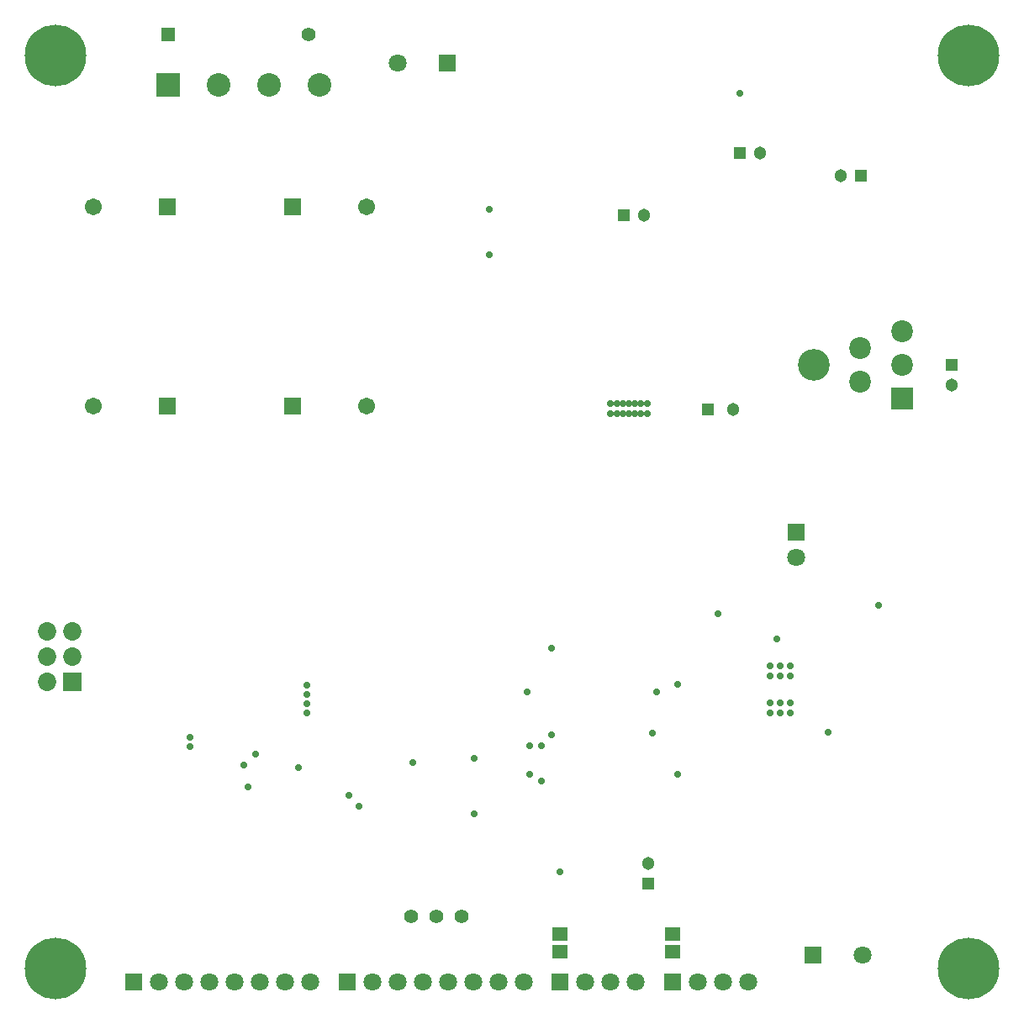
<source format=gbs>
G04*
G04 #@! TF.GenerationSoftware,Altium Limited,Altium Designer,23.1.1 (15)*
G04*
G04 Layer_Color=16711935*
%FSLAX44Y44*%
%MOMM*%
G71*
G04*
G04 #@! TF.SameCoordinates,CD971CD2-FFAA-4849-8B14-452EF0A1BBDF*
G04*
G04*
G04 #@! TF.FilePolarity,Negative*
G04*
G01*
G75*
%ADD36R,1.6032X1.4032*%
%ADD54R,1.3032X1.3032*%
%ADD55C,1.3032*%
%ADD56C,1.8532*%
%ADD57R,1.8532X1.8532*%
%ADD58C,1.4032*%
%ADD59C,1.8032*%
%ADD60R,1.8032X1.8032*%
%ADD61R,1.8032X1.8032*%
%ADD62R,1.3032X1.3032*%
%ADD63C,6.2032*%
%ADD64R,1.4032X1.4032*%
%ADD65C,2.1982*%
%ADD66R,2.1982X2.1982*%
%ADD67R,2.3782X2.3782*%
%ADD68C,2.3782*%
%ADD69R,1.7032X1.7032*%
%ADD70C,1.7032*%
%ADD71C,3.2032*%
%ADD72C,0.7032*%
D36*
X662000Y75000D02*
D03*
Y57000D02*
D03*
X548500Y75000D02*
D03*
Y57000D02*
D03*
D54*
X637500Y126000D02*
D03*
X943045Y647919D02*
D03*
D55*
X637500Y146000D02*
D03*
X722740Y603750D02*
D03*
X632650Y799330D02*
D03*
X943045Y627919D02*
D03*
X831490Y838720D02*
D03*
X749890Y861580D02*
D03*
D56*
X31800Y379900D02*
D03*
Y354500D02*
D03*
X57200Y379900D02*
D03*
Y354500D02*
D03*
X31800Y329100D02*
D03*
D57*
X57200D02*
D03*
D58*
X398100Y93000D02*
D03*
X423500D02*
D03*
X448900D02*
D03*
X295000Y981000D02*
D03*
D59*
X460700Y27000D02*
D03*
X409900D02*
D03*
X359100D02*
D03*
X384500D02*
D03*
X435300D02*
D03*
X486100D02*
D03*
X511500D02*
D03*
X687400D02*
D03*
X712800D02*
D03*
X738200D02*
D03*
X245700D02*
D03*
X194900D02*
D03*
X144100D02*
D03*
X169500D02*
D03*
X220300D02*
D03*
X271100D02*
D03*
X296500D02*
D03*
X573900D02*
D03*
X599300D02*
D03*
X624700D02*
D03*
X786230Y453960D02*
D03*
X853390Y53610D02*
D03*
X384900Y952400D02*
D03*
D60*
X333700Y27000D02*
D03*
X662000D02*
D03*
X118700D02*
D03*
X548500D02*
D03*
X803390Y53610D02*
D03*
X434900Y952400D02*
D03*
D61*
X786230Y479360D02*
D03*
D62*
X697740Y603750D02*
D03*
X612650Y799330D02*
D03*
X851490Y838720D02*
D03*
X729890Y861580D02*
D03*
D63*
X40000Y40000D02*
D03*
X960000D02*
D03*
X40000Y960000D02*
D03*
X960000D02*
D03*
D64*
X154000Y981000D02*
D03*
D65*
X850980Y664950D02*
D03*
Y630950D02*
D03*
X892890Y681950D02*
D03*
Y647950D02*
D03*
D66*
Y613950D02*
D03*
D67*
X153700Y930000D02*
D03*
D68*
X204500D02*
D03*
X255300D02*
D03*
X306100D02*
D03*
D69*
X278810Y606990D02*
D03*
Y807650D02*
D03*
X153080Y606990D02*
D03*
Y807650D02*
D03*
D70*
X353810Y606990D02*
D03*
Y807650D02*
D03*
X78080Y606990D02*
D03*
Y807650D02*
D03*
D71*
X803700Y647900D02*
D03*
D72*
X477500Y805000D02*
D03*
X336046Y215040D02*
D03*
X462000Y196000D02*
D03*
X517500Y235500D02*
D03*
X346000Y203500D02*
D03*
X285230Y243080D02*
D03*
X230000Y245000D02*
D03*
X242000Y256500D02*
D03*
X529500Y229500D02*
D03*
X760000Y297500D02*
D03*
X770000D02*
D03*
X780000D02*
D03*
X760000Y307500D02*
D03*
X770000D02*
D03*
X780000D02*
D03*
Y345000D02*
D03*
X770000D02*
D03*
X760000D02*
D03*
X780000Y335000D02*
D03*
X770000D02*
D03*
X760000D02*
D03*
X462000Y252000D02*
D03*
X529500Y265000D02*
D03*
X517500D02*
D03*
X540000Y275500D02*
D03*
X645500Y319000D02*
D03*
X666500Y326500D02*
D03*
X548000Y137500D02*
D03*
X176000Y264000D02*
D03*
Y273500D02*
D03*
X400000Y247500D02*
D03*
X293500Y316500D02*
D03*
Y297500D02*
D03*
Y326000D02*
D03*
Y307000D02*
D03*
X666500Y235500D02*
D03*
X766500Y372500D02*
D03*
X515000Y319000D02*
D03*
X540000Y363000D02*
D03*
X641500Y277500D02*
D03*
X707500Y398000D02*
D03*
X869000Y406000D02*
D03*
X818000Y278000D02*
D03*
X234500Y223000D02*
D03*
X477500Y759000D02*
D03*
X636000Y599000D02*
D03*
Y609500D02*
D03*
X599000Y599000D02*
D03*
Y609500D02*
D03*
X629500D02*
D03*
Y599000D02*
D03*
X605500D02*
D03*
Y609500D02*
D03*
X623500Y599000D02*
D03*
Y609500D02*
D03*
X617500Y599000D02*
D03*
Y609500D02*
D03*
X611500Y599000D02*
D03*
Y609500D02*
D03*
X729570Y921270D02*
D03*
M02*

</source>
